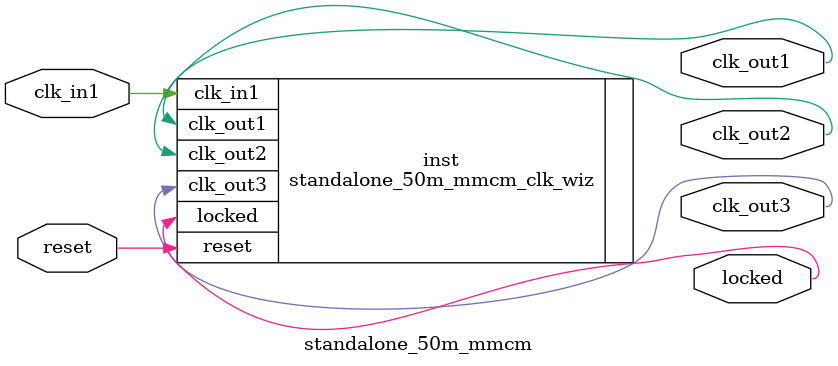
<source format=v>


`timescale 1ps/1ps

(* CORE_GENERATION_INFO = "standalone_50m_mmcm,clk_wiz_v6_0_5_0_0,{component_name=standalone_50m_mmcm,use_phase_alignment=false,use_min_o_jitter=false,use_max_i_jitter=false,use_dyn_phase_shift=false,use_inclk_switchover=false,use_dyn_reconfig=false,enable_axi=0,feedback_source=FDBK_AUTO,PRIMITIVE=MMCM,num_out_clk=3,clkin1_period=20.000,clkin2_period=10.0,use_power_down=false,use_reset=true,use_locked=true,use_inclk_stopped=false,feedback_type=SINGLE,CLOCK_MGR_TYPE=NA,manual_override=false}" *)

module standalone_50m_mmcm 
 (
  // Clock out ports
  output        clk_out1,
  output        clk_out2,
  output        clk_out3,
  // Status and control signals
  input         reset,
  output        locked,
 // Clock in ports
  input         clk_in1
 );

  standalone_50m_mmcm_clk_wiz inst
  (
  // Clock out ports  
  .clk_out1(clk_out1),
  .clk_out2(clk_out2),
  .clk_out3(clk_out3),
  // Status and control signals               
  .reset(reset), 
  .locked(locked),
 // Clock in ports
  .clk_in1(clk_in1)
  );

endmodule

</source>
